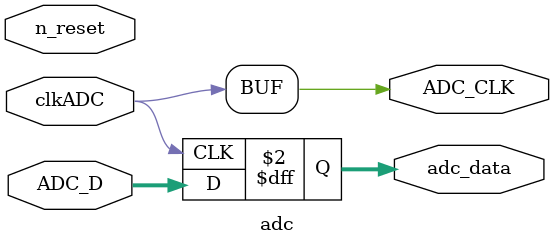
<source format=sv>
module adc #(parameter N = 10) (
	input logic clkADC, n_reset,
	output logic [N - 1:0] adc_data,

	// ADC IO
	output logic ADC_CLK,
	input logic [N - 1:0] ADC_D
);

assign ADC_CLK = clkADC;

always_ff @(posedge clkADC)
	adc_data <= ADC_D;

endmodule

</source>
